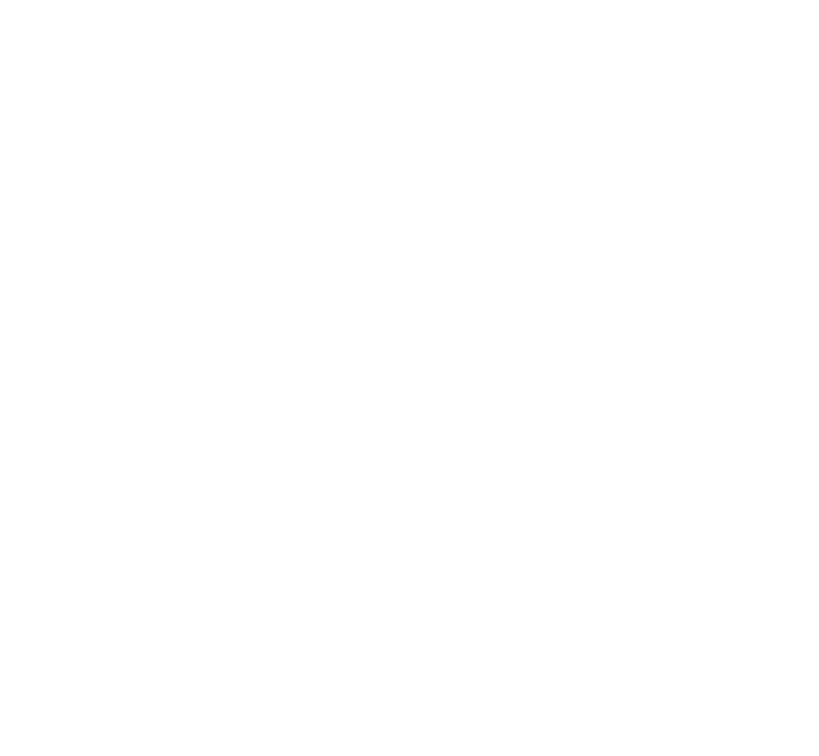
<source format=gts>
G75*
G70*
%OFA0B0*%
%FSLAX24Y24*%
%IPPOS*%
%LPD*%
%AMM10*0 a comment*ADD10M10*%
%AMM11*1,1,0.1,0,0*ADD11M11*%
%AMM12*1,1,0.1,0.02,0.05*ADD12M12*%
%AMM13*2,1,0.01,0,0,0.05,0.1,0*ADD13M13*%
%AMM14*2,1,0.01,0,0,0.05,0.1,90*ADD14M14*%
%AMM15*20,1,0.01,0,0,0.05,0.1,0*ADD15M15*%
%AMM16*20,1,0.01,0,0,0.05,0.1,20*ADD16M16*%
%AMM17*21,1,0.1,0.01,0,0,0*ADD17M17*%
%AMM18*21,1,0.1,0.01,0.02,0.05,0*ADD18M18*%
%AMM19*21,1,0.1,0.01,0,0,20*ADD19M19*%
%AMM20*21,1,0.1,0.01,0.02,0.05,20*ADD20M20*%
%AMM21*22,1,0.1,0.01,0,0,0*ADD21M21*%
%AMM22*22,1,0.1,0.01,0.02,0.05,0*ADD22M22*%
%AMM23*22,1,0.1,0.01,0,0,20*ADD23M23*%
%AMM24*22,1,0.1,0.01,0.02,0.05,20*ADD24M24*%
%AMM25*4,1,4,0.00,0.01,0.04,0.06,0.07,0.04,0.06,0.00,0.00,0.01,0*ADD25M25*%
%AMM26*4,1,4,0.00,0.01,0.04,0.06,0.07,0.04,0.06,0.00,0.00,0.01,90*ADD26M26*%
%AMM27*5,1,3,0,0,0.1,0*ADD27M27*%
%AMM28*5,1,3,0.02,0.05,0.1,0*ADD28M28*%
%AMM29*5,1,3,0,0,0.1,20*ADD29M29*%
%AMM30*5,1,4,0,0,0.1,0*ADD30M30*%
%AMM31*5,1,5,0,0,0.1,0*ADD31M31*%
%AMM32*5,1,6,0,0,0.1,0*ADD32M32*%
%AMM33*5,1,7,0,0,0.1,0*ADD33M33*%
%AMM34*6,0,0,0.1,0.005,0.005,1,0.01,0.12,0*ADD34M34*%
%AMM35*6,0,0,0.1,0.005,0.005,2,0.01,0.12,0*ADD35M35*%
%AMM36*6,0,0,0.1,0.005,0.005,3,0.01,0.12,0*ADD36M36*%
%AMM37*6,0.02,0.05,0.1,0.01,0.015,2,0.01,0.12,0*ADD37M37*%
%AMM38*6,0,0,0.1,0.01,0.015,2,0.004,0.12,20*ADD38M38*%
%AMM39*6,0,0,0.1,0.06,0.015,10,0.01,0.12,0*ADD39M39*%
%AMM40*6,0,0,0.1,0.01,0.06,10,0.01,0.12,0*ADD40M40*%
%AMM41*7,0,0,0.1,0.075,0.04,0*ADD41M41*%
%AMM42*7,0.02,0.05,0.1,0.075,0.04,0*ADD42M42*%
%AMM43*7,0,0,0.1,0.075,0.04,20*ADD43M43*%
%AMM44*1,1,0.2,0,0*1,0,0.1,0,0*ADD44M44*%
%AMM45*1,1,0.2,0,0*1,0,0.1,0.02,0.05*ADD45M45*%
%AMM46*1,1,0.2,0,0*2,0,0.01,0,0,0.05,0.1,0*ADD46M46*%
%AMM47*1,1,0.2,0,0*2,0,0.01,0,0,0.05,0.1,90*ADD47M47*%
%AMM48*1,1,0.2,0,0*20,0,0.01,0,0,0.05,0.1,0*ADD48M48*%
%AMM49*1,1,0.2,0,0*20,0,0.01,0,0,0.05,0.1,20*ADD49M49*%
%AMM50*1,1,0.2,0,0*21,0,0.1,0.01,0,0,0*ADD50M50*%
%AMM51*1,1,0.2,0,0*21,0,0.1,0.01,0.02,0.05,0*ADD51M51*%
%AMM52*1,1,0.2,0,0*21,0,0.1,0.01,0,0,20*ADD52M52*%
%AMM53*1,1,0.2,0,0*21,0,0.1,0.01,0.02,0.05,20*ADD53M53*%
%AMM54*1,1,0.2,0,0*22,0,0.1,0.01,0,0,0*ADD54M54*%
%AMM55*1,1,0.2,0,0*22,0,0.1,0.01,0.02,0.05,0*ADD55M55*%
%AMM56*1,1,0.2,0,0*22,0,0.1,0.01,0,0,20*ADD56M56*%
%AMM57*1,1,0.2,0,0*22,0,0.1,0.01,0.02,0.05,20*ADD57M57*%
%AMM58*1,1,0.2,0,0*4,0,4,0.00,0.01,0.04,0.06,0.07,0.04,0.06,0.00,0.00,0.01,0*ADD58M58*%
%AMM59*1,1,0.2,0,0*4,0,4,0.00,0.01,0.04,0.06,0.07,0.04,0.06,0.00,0.00,0.01,90*ADD59M59*%
%AMM60*1,1,0.2,0,0*5,0,3,0,0,0.1,0*ADD60M60*%
%AMM61*1,1,0.2,0,0*5,0,3,0.02,0.05,0.1,0*ADD61M61*%
%AMM62*1,1,0.2,0,0*5,0,3,0,0,0.1,20*ADD62M62*%
%AMM63*1,1,0.2,0,0*5,0,4,0,0,0.1,0*ADD63M63*%
%AMM64*1,1,0.2,0,0*5,0,5,0,0,0.1,0*ADD64M64*%
%AMM65*1,1,0.2,0,0*5,0,6,0,0,0.1,0*ADD65M65*%
%AMM66*1,1,0.2,0,0*5,0,7,0,0,0.1,0*ADD66M66*%
%AMM67*
5,1,4,0,0,0.1,$1*
ADD67M67,22.5*%
%AMM68*
5,1,4,0,0,0.1,$1+22.5*
ADD68M68,22.5*%
%AMM69*
$ANGLE=$1x2*
5,1,4,0,0,0.1,$ANGLE*
ADD69M69,30*%
%AMOVERLAP*
0 a simple square*
21,1,0.15,0.15,0,0,0*
0 a moire on top shouldn't cut holes*
6,0,0,0.2,0.01,0.015,2,0.02,0.22,0*
ADD98OVERLAP*%
%AMCOMPLEX*
0 a complex macro:*
$OD=0.2*
$ID=$ODx0.75*
$ANGLE=20*
0 an offset circle*
1,1,0.2,0.3,0*
0 an offset moire*
6,0.15,0.15,$OD,0.01,0.015,2,0.02,0.22,0*
0 an offset thermal*
7,0.15,0-0.15,$OD,$ID,0.08,0*
0 a rotated thermal*
7,0,0,$OD,$ID,0.08,$ANGLE*
0 a rotated moire*
6,0,0,0.1,0.005,0.015,2,0.02,$ODx1.1,$ANGLE*
0 a polygon hole covering the other primitives*
5,0,8,0.15,0,$OD,0*
ADD99COMPLEX*%
D10*X02000Y02000D03*
D11*X04000Y02000D03*
D12*X06000Y02000D03*
D13*X08000Y02000D03*
D14*X10000Y02000D03*
D15*X12000Y02000D03*
D16*X14000Y02000D03*
D17*X16000Y02000D03*
D18*X18000Y02000D03*
D19*X20000Y02000D03*
D20*X22000Y02000D03*
D21*X24000Y02000D03*
D22*X26000Y02000D03*
D23*X28000Y02000D03*
D24*X02000Y06000D03*
D25*X04000Y06000D03*
D26*X06000Y06000D03*
D27*X08000Y06000D03*
D28*X10000Y06000D03*
D29*X12000Y06000D03*
D30*X14000Y06000D03*
D31*X16000Y06000D03*
D32*X18000Y06000D03*
D33*X20000Y06000D03*
D34*X22000Y06000D03*
D35*X24000Y06000D03*
D36*X26000Y06000D03*
D37*X28000Y06000D03*
D38*X02000Y10000D03*
D39*X04000Y10000D03*
D40*X06000Y10000D03*
D41*X08000Y10000D03*
D42*X10000Y10000D03*
D43*X12000Y10000D03*
D44*X14000Y10000D03*
D45*X16000Y10000D03*
D46*X18000Y10000D03*
D47*X20000Y10000D03*
D48*X22000Y10000D03*
D49*X24000Y10000D03*
D50*X26000Y10000D03*
D51*X28000Y10000D03*
D52*X02000Y14000D03*
D53*X04000Y14000D03*
D54*X06000Y14000D03*
D55*X08000Y14000D03*
D56*X10000Y14000D03*
D57*X12000Y14000D03*
D58*X14000Y14000D03*
D59*X16000Y14000D03*
D60*X18000Y14000D03*
D61*X20000Y14000D03*
D62*X22000Y14000D03*
D63*X24000Y14000D03*
D64*X26000Y14000D03*
D65*X28000Y14000D03*
D66*X02000Y18000D03*
D67*X04000Y18000D03*
D68*X06000Y18000D03*
D69*X08000Y18000D03*
D10*X10000Y18000D03*
D10*X12000Y18000D03*
D10*X14000Y18000D03*
D10*X16000Y18000D03*
D10*X18000Y18000D03*
D10*X20000Y18000D03*
D10*X22000Y18000D03*
D10*X24000Y18000D03*
D10*X26000Y18000D03*
D10*X28000Y18000D03*
D10*X02000Y22000D03*
D10*X04000Y22000D03*
D10*X06000Y22000D03*
D10*X08000Y22000D03*
D10*X10000Y22000D03*
D10*X12000Y22000D03*
D10*X14000Y22000D03*
D10*X16000Y22000D03*
D10*X18000Y22000D03*
D98*X21000Y22000D03*
D10*X22000Y22000D03*
D99*X24000Y22000D03*
D10*X26000Y22000D03*
D10*X28000Y22000D03*
D10*X02000Y26000D03*
D10*X04000Y26000D03*
D10*X06000Y26000D03*
D10*X08000Y26000D03*
D10*X10000Y26000D03*
D10*X12000Y26000D03*
D10*X14000Y26000D03*
D10*X16000Y26000D03*
D10*X18000Y26000D03*
D10*X20000Y26000D03*
D10*X22000Y26000D03*
D10*X24000Y26000D03*
M02*

</source>
